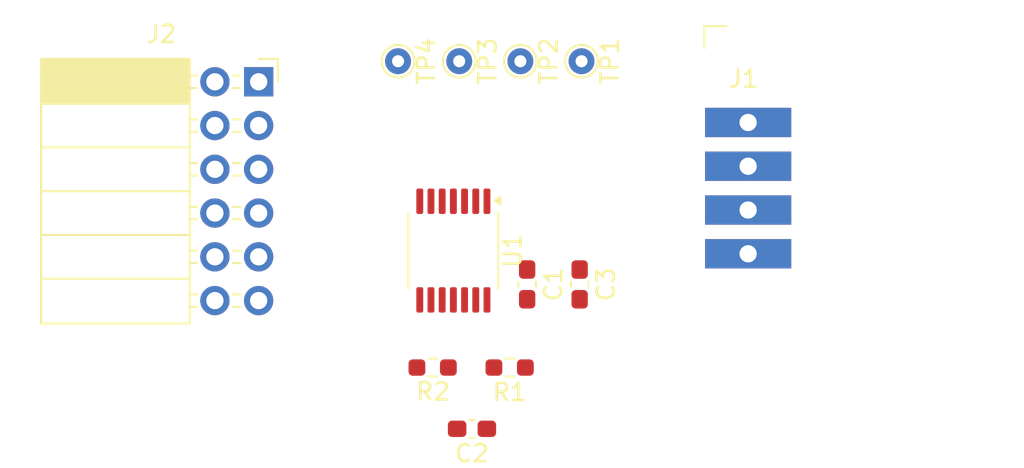
<source format=kicad_pcb>
(kicad_pcb (version 20240108) (generator "pcbnew") (generator_version "8.0")
  (layers (0 "F.Cu" signal) (31 "B.Cu" signal) (34 "B.Paste" user) (35 "F.Paste" user) (36 "B.SilkS" user "B.Silkscreen") (37 "F.SilkS" user "F.Silkscreen") (38 "B.Mask" user) (39 "F.Mask" user) (44 "Edge.Cuts" user))
  (net 0 "")
  (net 1 "GND")
  (net 2 "Net-(J2-Pin_12)")
  (net 3 "Net-(U1-Vref)")
  (net 4 "VCC")
  (net 5 "Net-(J1-Vcc)")
  (net 6 "Net-(J1-GND)")
  (net 9 "Net-(J2-Pin_7)")
  (net 12 "Net-(J2-Pin_9)")
  (net 13 "Net-(J2-Pin_8)")
  (net 14 "Net-(J2-Pin_10)")
  (net 15 "Net-(U1-CH2)")
  (net 16 "Net-(U1-CH3)")
  (footprint "Library:PSP1000_Joystick" (layer "F.Cu") (at 121.666 87.376)
    (property "Reference" "J1" (at 1.016 -2.54 0) (layer "F.SilkS"))
    (property "Value" "JoyStick")
    (fp_line (start -1.27 -5.588) (end 0 -5.588) (stroke (width 0.12)) (layer "F.SilkS"))
    (fp_line (start -1.27 -4.318) (end -1.27 -5.588) (stroke (width 0.12)) (layer "F.SilkS"))
    (pad "1" thru_hole rect (at 1.27 0) (size 5 1.7) (drill 1) (layers "*.Cu" "*.Mask") (net 5 "Net-(J1-Vcc)"))
    (pad "2" thru_hole rect (at 1.27 2.54) (size 5 1.7) (drill 1) (layers "*.Cu" "*.Mask") (net 1 "GND"))
    (pad "3" thru_hole rect (at 1.27 5.08) (size 5 1.7) (drill 1) (layers "*.Cu" "*.Mask") (net 6 "Net-(J1-GND)"))
    (pad "4" thru_hole rect (at 1.27 7.62) (size 5 1.7) (drill 1) (layers "*.Cu" "*.Mask") (net 4 "VCC"))
  )
  (footprint "TestPoint:TestPoint_THTPad_D1.5mm_Drill0.7mm" (layer "F.Cu") (at 113.266 83.82 -90)
    (property "Reference" "TP1" (at 0 -1.648 90) (layer "F.SilkS"))
    (property "Value" "TestPoint")
    (fp_circle (center 0 0) (end 0 0.95) (stroke (width 0.12)) (fill none) (layer "F.SilkS"))
    (pad "1" thru_hole circle (at 0 0 270) (size 1.5 1.5) (drill 0.7) (layers "*.Cu" "*.Mask") (net 6 "Net-(J1-GND)"))
  )
  (footprint "Capacitor_SMD:C_0603_1608Metric_Pad1.08x0.95mm_HandSolder" (layer "F.Cu") (at 106.9075 105.156 180)
    (property "Reference" "C2" (at 0 -1.43 180) (layer "F.SilkS"))
    (property "Value" "C")
    (fp_line (start -0.146267 0.51) (end 0.146267 0.51) (stroke (width 0.12)) (layer "F.SilkS"))
    (fp_line (start -0.146267 -0.51) (end 0.146267 -0.51) (stroke (width 0.12)) (layer "F.SilkS"))
    (pad "1" smd roundrect (at -0.8625 0 180) (size 1.075 0.95) (layers "F.Cu" "F.Paste" "F.Mask") (net 3 "Net-(U1-Vref)"))
    (pad "2" smd roundrect (at 0.8625 0 180) (size 1.075 0.95) (layers "F.Cu" "F.Paste" "F.Mask") (net 1 "GND"))
  )
  (footprint "Capacitor_SMD:C_0603_1608Metric_Pad1.08x0.95mm_HandSolder" (layer "F.Cu") (at 110.109 96.774 90)
    (property "Reference" "C1" (at 0 1.524 270) (layer "F.SilkS"))
    (property "Value" "C")
    (fp_line (start -0.146267 -0.51) (end 0.146267 -0.51) (stroke (width 0.12)) (layer "F.SilkS"))
    (fp_line (start -0.146267 0.51) (end 0.146267 0.51) (stroke (width 0.12)) (layer "F.SilkS"))
    (pad "1" smd roundrect (at -0.8625 0 90) (size 1.075 0.95) (layers "F.Cu" "F.Paste" "F.Mask") (net 2 "Net-(J2-Pin_12)"))
    (pad "2" smd roundrect (at 0.8625 0 90) (size 1.075 0.95) (layers "F.Cu" "F.Paste" "F.Mask") (net 1 "GND"))
  )
  (footprint "TestPoint:TestPoint_THTPad_D1.5mm_Drill0.7mm" (layer "F.Cu") (at 109.716 83.82 -90)
    (property "Reference" "TP2" (at 0 -1.648 90) (layer "F.SilkS"))
    (property "Value" "TestPoint")
    (fp_circle (center 0 0) (end 0 0.95) (stroke (width 0.12)) (fill none) (layer "F.SilkS"))
    (pad "1" thru_hole circle (at 0 0 270) (size 1.5 1.5) (drill 0.7) (layers "*.Cu" "*.Mask") (net 5 "Net-(J1-Vcc)"))
  )
  (footprint "Capacitor_SMD:C_0603_1608Metric_Pad1.08x0.95mm_HandSolder" (layer "F.Cu") (at 113.157 96.774 90)
    (property "Reference" "C3" (at 0 1.524 270) (layer "F.SilkS"))
    (property "Value" "C")
    (fp_line (start -0.146267 -0.51) (end 0.146267 -0.51) (stroke (width 0.12)) (layer "F.SilkS"))
    (fp_line (start -0.146267 0.51) (end 0.146267 0.51) (stroke (width 0.12)) (layer "F.SilkS"))
    (pad "1" smd roundrect (at -0.8625 0 90) (size 1.075 0.95) (layers "F.Cu" "F.Paste" "F.Mask") (net 2 "Net-(J2-Pin_12)"))
    (pad "2" smd roundrect (at 0.8625 0 90) (size 1.075 0.95) (layers "F.Cu" "F.Paste" "F.Mask") (net 1 "GND"))
  )
  (footprint "TestPoint:TestPoint_THTPad_D1.5mm_Drill0.7mm" (layer "F.Cu") (at 106.166 83.82 -90)
    (property "Reference" "TP3" (at 0 -1.648 90) (layer "F.SilkS"))
    (property "Value" "TestPoint")
    (fp_circle (center 0 0) (end 0 0.95) (stroke (width 0.12)) (fill none) (layer "F.SilkS"))
    (pad "1" thru_hole circle (at 0 0 270) (size 1.5 1.5) (drill 0.7) (layers "*.Cu" "*.Mask") (net 15 "Net-(U1-CH2)"))
  )
  (footprint "Connector_PinSocket_2.54mm:PinSocket_2x06_P2.54mm_Horizontal" (layer "F.Cu") (at 94.525 85.0134)
    (property "Reference" "J2" (at -5.65 -2.77 0) (layer "F.SilkS"))
    (property "Value" "Conn_02x06_Top_Bottom")
    (fp_line (start -12.63 -1.33) (end -12.63 14.03) (stroke (width 0.12)) (layer "F.SilkS"))
    (fp_line (start -12.63 -1.33) (end -4 -1.33) (stroke (width 0.12)) (layer "F.SilkS"))
    (fp_line (start -12.63 -1.21) (end -4 -1.21) (stroke (width 0.12)) (layer "F.SilkS"))
    (fp_line (start -12.63 -1.091905) (end -4 -1.091905) (stroke (width 0.12)) (layer "F.SilkS"))
    (fp_line (start -12.63 -0.97381) (end -4 -0.97381) (stroke (width 0.12)) (layer "F.SilkS"))
    (fp_line (start -12.63 -0.855715) (end -4 -0.855715) (stroke (width 0.12)) (layer "F.SilkS"))
    (fp_line (start -12.63 -0.73762) (end -4 -0.73762) (stroke (width 0.12)) (layer "F.SilkS"))
    (fp_line (start -12.63 -0.619525) (end -4 -0.619525) (stroke (width 0.12)) (layer "F.SilkS"))
    (fp_line (start -12.63 -0.50143) (end -4 -0.50143) (stroke (width 0.12)) (layer "F.SilkS"))
    (fp_line (start -12.63 -0.383335) (end -4 -0.383335) (stroke (width 0.12)) (layer "F.SilkS"))
    (fp_line (start -12.63 -0.26524) (end -4 -0.26524) (stroke (width 0.12)) (layer "F.SilkS"))
    (fp_line (start -12.63 -0.147145) (end -4 -0.147145) (stroke (width 0.12)) (layer "F.SilkS"))
    (fp_line (start -12.63 -0.02905) (end -4 -0.02905) (stroke (width 0.12)) (layer "F.SilkS"))
    (fp_line (start -12.63 0.089045) (end -4 0.089045) (stroke (width 0.12)) (layer "F.SilkS"))
    (fp_line (start -12.63 0.20714) (end -4 0.20714) (stroke (width 0.12)) (layer "F.SilkS"))
    (fp_line (start -12.63 0.325235) (end -4 0.325235) (stroke (width 0.12)) (layer "F.SilkS"))
    (fp_line (start -12.63 0.44333) (end -4 0.44333) (stroke (width 0.12)) (layer "F.SilkS"))
    (fp_line (start -12.63 0.561425) (end -4 0.561425) (stroke (width 0.12)) (layer "F.SilkS"))
    (fp_line (start -12.63 0.67952) (end -4 0.67952) (stroke (width 0.12)) (layer "F.SilkS"))
    (fp_line (start -12.63 0.797615) (end -4 0.797615) (stroke (width 0.12)) (layer "F.SilkS"))
    (fp_line (start -12.63 0.91571) (end -4 0.91571) (stroke (width 0.12)) (layer "F.SilkS"))
    (fp_line (start -12.63 1.033805) (end -4 1.033805) (stroke (width 0.12)) (layer "F.SilkS"))
    (fp_line (start -12.63 1.1519) (end -4 1.1519) (stroke (width 0.12)) (layer "F.SilkS"))
    (fp_line (start -12.63 1.27) (end -4 1.27) (stroke (width 0.12)) (layer "F.SilkS"))
    (fp_line (start -12.63 3.81) (end -4 3.81) (stroke (width 0.12)) (layer "F.SilkS"))
    (fp_line (start -12.63 6.35) (end -4 6.35) (stroke (width 0.12)) (layer "F.SilkS"))
    (fp_line (start -12.63 8.89) (end -4 8.89) (stroke (width 0.12)) (layer "F.SilkS"))
    (fp_line (start -12.63 11.43) (end -4 11.43) (stroke (width 0.12)) (layer "F.SilkS"))
    (fp_line (start -12.63 14.03) (end -4 14.03) (stroke (width 0.12)) (layer "F.SilkS"))
    (fp_line (start -4 -1.33) (end -4 14.03) (stroke (width 0.12)) (layer "F.SilkS"))
    (fp_line (start -4 -0.36) (end -3.59 -0.36) (stroke (width 0.12)) (layer "F.SilkS"))
    (fp_line (start -4 0.36) (end -3.59 0.36) (stroke (width 0.12)) (layer "F.SilkS"))
    (fp_line (start -4 2.18) (end -3.59 2.18) (stroke (width 0.12)) (layer "F.SilkS"))
    (fp_line (start -4 2.9) (end -3.59 2.9) (stroke (width 0.12)) (layer "F.SilkS"))
    (fp_line (start -4 4.72) (end -3.59 4.72) (stroke (width 0.12)) (layer "F.SilkS"))
    (fp_line (start -4 5.44) (end -3.59 5.44) (stroke (width 0.12)) (layer "F.SilkS"))
    (fp_line (start -4 7.26) (end -3.59 7.26) (stroke (width 0.12)) (layer "F.SilkS"))
    (fp_line (start -4 7.98) (end -3.59 7.98) (stroke (width 0.12)) (layer "F.SilkS"))
    (fp_line (start -4 9.8) (end -3.59 9.8) (stroke (width 0.12)) (layer "F.SilkS"))
    (fp_line (start -4 10.52) (end -3.59 10.52) (stroke (width 0.12)) (layer "F.SilkS"))
    (fp_line (start -4 12.34) (end -3.59 12.34) (stroke (width 0.12)) (layer "F.SilkS"))
    (fp_line (start -4 13.06) (end -3.59 13.06) (stroke (width 0.12)) (layer "F.SilkS"))
    (fp_line (start -1.49 -0.36) (end -1.11 -0.36) (stroke (width 0.12)) (layer "F.SilkS"))
    (fp_line (start -1.49 0.36) (end -1.11 0.36) (stroke (width 0.12)) (layer "F.SilkS"))
    (fp_line (start -1.49 2.18) (end -1.05 2.18) (stroke (width 0.12)) (layer "F.SilkS"))
    (fp_line (start -1.49 2.9) (end -1.05 2.9) (stroke (width 0.12)) (layer "F.SilkS"))
    (fp_line (start -1.49 4.72) (end -1.05 4.72) (stroke (width 0.12)) (layer "F.SilkS"))
    (fp_line (start -1.49 5.44) (end -1.05 5.44) (stroke (width 0.12)) (layer "F.SilkS"))
    (fp_line (start -1.49 7.26) (end -1.05 7.26) (stroke (width 0.12)) (layer "F.SilkS"))
    (fp_line (start -1.49 7.98) (end -1.05 7.98) (stroke (width 0.12)) (layer "F.SilkS"))
    (fp_line (start -1.49 9.8) (end -1.05 9.8) (stroke (width 0.12)) (layer "F.SilkS"))
    (fp_line (start -1.49 10.52) (end -1.05 10.52) (stroke (width 0.12)) (layer "F.SilkS"))
    (fp_line (start -1.49 12.34) (end -1.05 12.34) (stroke (width 0.12)) (layer "F.SilkS"))
    (fp_line (start -1.49 13.06) (end -1.05 13.06) (stroke (width 0.12)) (layer "F.SilkS"))
    (fp_line (start 0 -1.33) (end 1.11 -1.33) (stroke (width 0.12)) (layer "F.SilkS"))
    (fp_line (start 1.11 -1.33) (end 1.11 0) (stroke (width 0.12)) (layer "F.SilkS"))
    (pad "1" thru_hole rect (at 0 0) (size 1.7 1.7) (drill 1) (layers "*.Cu" "*.Mask"))
    (pad "2" thru_hole oval (at -2.54 0) (size 1.7 1.7) (drill 1) (layers "*.Cu" "*.Mask"))
    (pad "3" thru_hole oval (at 0 2.54) (size 1.7 1.7) (drill 1) (layers "*.Cu" "*.Mask"))
    (pad "4" thru_hole oval (at -2.54 2.54) (size 1.7 1.7) (drill 1) (layers "*.Cu" "*.Mask"))
    (pad "5" thru_hole oval (at 0 5.08) (size 1.7 1.7) (drill 1) (layers "*.Cu" "*.Mask") (net 1 "GND"))
    (pad "6" thru_hole oval (at -2.54 5.08) (size 1.7 1.7) (drill 1) (layers "*.Cu" "*.Mask") (net 2 "Net-(J2-Pin_12)"))
    (pad "7" thru_hole oval (at 0 7.62) (size 1.7 1.7) (drill 1) (layers "*.Cu" "*.Mask") (net 9 "Net-(J2-Pin_7)"))
    (pad "8" thru_hole oval (at -2.54 7.62) (size 1.7 1.7) (drill 1) (layers "*.Cu" "*.Mask") (net 13 "Net-(J2-Pin_8)"))
    (pad "9" thru_hole oval (at 0 10.16) (size 1.7 1.7) (drill 1) (layers "*.Cu" "*.Mask") (net 12 "Net-(J2-Pin_9)"))
    (pad "10" thru_hole oval (at -2.54 10.16) (size 1.7 1.7) (drill 1) (layers "*.Cu" "*.Mask") (net 14 "Net-(J2-Pin_10)"))
    (pad "11" thru_hole oval (at 0 12.7) (size 1.7 1.7) (drill 1) (layers "*.Cu" "*.Mask") (net 1 "GND"))
    (pad "12" thru_hole oval (at -2.54 12.7) (size 1.7 1.7) (drill 1) (layers "*.Cu" "*.Mask") (net 2 "Net-(J2-Pin_12)"))
  )
  (footprint "Resistor_SMD:R_0603_1608Metric_Pad0.98x0.95mm_HandSolder" (layer "F.Cu") (at 104.6245 101.6)
    (property "Reference" "R2" (at 0.0235 1.397 0) (layer "F.SilkS"))
    (property "Value" "R")
    (fp_line (start -0.254724 -0.5225) (end 0.254724 -0.5225) (stroke (width 0.12)) (layer "F.SilkS"))
    (fp_line (start -0.254724 0.5225) (end 0.254724 0.5225) (stroke (width 0.12)) (layer "F.SilkS"))
    (pad "1" smd roundrect (at -0.9125 0) (size 0.975 0.95) (layers "F.Cu" "F.Paste" "F.Mask") (net 3 "Net-(U1-Vref)"))
    (pad "2" smd roundrect (at 0.9125 0) (size 0.975 0.95) (layers "F.Cu" "F.Paste" "F.Mask") (net 1 "GND"))
  )
  (footprint "Package_SO:TSSOP-14_4.4x5mm_P0.65mm" (layer "F.Cu") (at 105.8268 94.8105 -90)
    (property "Reference" "U1" (at 0 -3.45 90) (layer "F.SilkS"))
    (property "Value" "MCP3004")
    (fp_line (start 0 2.61) (end -2.2 2.61) (stroke (width 0.12)) (layer "F.SilkS"))
    (fp_line (start 0 2.61) (end 2.2 2.61) (stroke (width 0.12)) (layer "F.SilkS"))
    (fp_line (start 0 -2.61) (end -2.2 -2.61) (stroke (width 0.12)) (layer "F.SilkS"))
    (fp_line (start 0 -2.61) (end 2.2 -2.61) (stroke (width 0.12)) (layer "F.SilkS"))
    (fp_poly (pts (xy -2.9 -2.41) (xy -3.14 -2.74) (xy -2.66 -2.74) (xy -2.9 -2.41)) (stroke (width 0.12)) (fill solid) (layer "F.SilkS"))
    (pad "1" smd roundrect (at -2.8625 -1.95 270) (size 1.475 0.4) (layers "F.Cu" "F.Paste" "F.Mask") (net 6 "Net-(J1-GND)"))
    (pad "2" smd roundrect (at -2.8625 -1.3 270) (size 1.475 0.4) (layers "F.Cu" "F.Paste" "F.Mask") (net 5 "Net-(J1-Vcc)"))
    (pad "3" smd roundrect (at -2.8625 -0.65 270) (size 1.475 0.4) (layers "F.Cu" "F.Paste" "F.Mask") (net 15 "Net-(U1-CH2)"))
    (pad "4" smd roundrect (at -2.8625 0 270) (size 1.475 0.4) (layers "F.Cu" "F.Paste" "F.Mask") (net 16 "Net-(U1-CH3)"))
    (pad "5" smd roundrect (at -2.8625 0.65 270) (size 1.475 0.4) (layers "F.Cu" "F.Paste" "F.Mask"))
    (pad "6" smd roundrect (at -2.8625 1.3 270) (size 1.475 0.4) (layers "F.Cu" "F.Paste" "F.Mask"))
    (pad "7" smd roundrect (at -2.8625 1.95 270) (size 1.475 0.4) (layers "F.Cu" "F.Paste" "F.Mask") (net 1 "GND"))
    (pad "8" smd roundrect (at 2.8625 1.95 270) (size 1.475 0.4) (layers "F.Cu" "F.Paste" "F.Mask") (net 14 "Net-(J2-Pin_10)"))
    (pad "9" smd roundrect (at 2.8625 1.3 270) (size 1.475 0.4) (layers "F.Cu" "F.Paste" "F.Mask") (net 12 "Net-(J2-Pin_9)"))
    (pad "10" smd roundrect (at 2.8625 0.65 270) (size 1.475 0.4) (layers "F.Cu" "F.Paste" "F.Mask") (net 13 "Net-(J2-Pin_8)"))
    (pad "11" smd roundrect (at 2.8625 0 270) (size 1.475 0.4) (layers "F.Cu" "F.Paste" "F.Mask") (net 9 "Net-(J2-Pin_7)"))
    (pad "12" smd roundrect (at 2.8625 -0.65 270) (size 1.475 0.4) (layers "F.Cu" "F.Paste" "F.Mask") (net 1 "GND"))
    (pad "13" smd roundrect (at 2.8625 -1.3 270) (size 1.475 0.4) (layers "F.Cu" "F.Paste" "F.Mask") (net 3 "Net-(U1-Vref)"))
    (pad "14" smd roundrect (at 2.8625 -1.95 270) (size 1.475 0.4) (layers "F.Cu" "F.Paste" "F.Mask") (net 2 "Net-(J2-Pin_12)"))
  )
  (footprint "Resistor_SMD:R_0603_1608Metric_Pad0.98x0.95mm_HandSolder" (layer "F.Cu") (at 109.093 101.6 180)
    (property "Reference" "R1" (at 0 -1.43 180) (layer "F.SilkS"))
    (property "Value" "R")
    (fp_line (start -0.254724 0.5225) (end 0.254724 0.5225) (stroke (width 0.12)) (layer "F.SilkS"))
    (fp_line (start -0.254724 -0.5225) (end 0.254724 -0.5225) (stroke (width 0.12)) (layer "F.SilkS"))
    (pad "1" smd roundrect (at -0.9125 0 180) (size 0.975 0.95) (layers "F.Cu" "F.Paste" "F.Mask") (net 2 "Net-(J2-Pin_12)"))
    (pad "2" smd roundrect (at 0.9125 0 180) (size 0.975 0.95) (layers "F.Cu" "F.Paste" "F.Mask") (net 3 "Net-(U1-Vref)"))
  )
  (footprint "TestPoint:TestPoint_THTPad_D1.5mm_Drill0.7mm" (layer "F.Cu") (at 102.616 83.82 -90)
    (property "Reference" "TP4" (at 0 -1.648 90) (layer "F.SilkS"))
    (property "Value" "TestPoint")
    (fp_circle (center 0 0) (end 0 0.95) (stroke (width 0.12)) (fill none) (layer "F.SilkS"))
    (pad "1" thru_hole circle (at 0 0 270) (size 1.5 1.5) (drill 0.7) (layers "*.Cu" "*.Mask") (net 16 "Net-(U1-CH3)"))
  )
)
</source>
